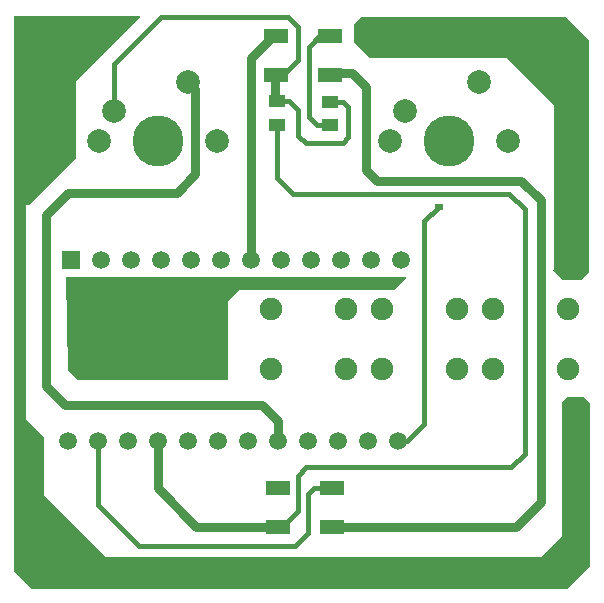
<source format=gbl>
G04 Layer_Physical_Order=2*
G04 Layer_Color=16711680*
%FSLAX24Y24*%
%MOIN*%
G70*
G01*
G75*
%ADD12C,0.0150*%
%ADD13C,0.0300*%
%ADD15C,0.0787*%
%ADD16C,0.0750*%
%ADD17C,0.0598*%
%ADD18R,0.0598X0.0598*%
%ADD19R,0.0394X0.0394*%
%ADD20R,0.0315X0.0197*%
%ADD21C,0.1700*%
%ADD22R,0.0550X0.0433*%
%ADD23R,0.0787X0.0472*%
G36*
X4470Y19270D02*
X2310Y17110D01*
Y14550D01*
X760Y13000D01*
X660D01*
Y5850D01*
X1250Y5260D01*
Y3340D01*
X3340Y1250D01*
X17780D01*
X17800Y1230D01*
X18520Y1950D01*
Y6420D01*
X18690Y6590D01*
X19270D01*
X19450Y6410D01*
Y950D01*
X18710Y210D01*
X860D01*
X535Y535D01*
X270Y800D01*
Y19290D01*
X4470D01*
Y19270D01*
D02*
G37*
G36*
X13340Y10590D02*
Y10560D01*
X12960Y10180D01*
X7760D01*
X7390Y9810D01*
Y9660D01*
Y7175D01*
X2395D01*
X2070Y7500D01*
X1990Y10600D01*
X13330D01*
X13340Y10590D01*
D02*
G37*
G36*
X19440Y18470D02*
Y10780D01*
X19150Y10490D01*
X18560D01*
X18220Y10830D01*
X18270Y10880D01*
Y16330D01*
X16690Y17910D01*
X12120D01*
X11590Y18440D01*
Y19000D01*
X11840Y19250D01*
X18660D01*
X19440Y18470D01*
D02*
G37*
D12*
X10499Y18689D02*
X10760D01*
X10090Y18280D02*
X10499Y18689D01*
X10090Y15920D02*
Y18280D01*
Y15920D02*
X10354Y15656D01*
X10790D01*
Y16444D02*
X11226D01*
X11400Y16270D01*
Y15250D02*
Y16270D01*
X11210Y15060D02*
X11400Y15250D01*
X9990Y15060D02*
X11210D01*
X9740Y15310D02*
X9990Y15060D01*
X9740Y15310D02*
Y16160D01*
X9436Y16464D02*
X9740Y16160D01*
X9040Y16464D02*
X9436D01*
X3589Y16116D02*
Y17709D01*
X4440Y1630D02*
X9630D01*
X3070Y3000D02*
X4440Y1630D01*
X13940Y12455D02*
X14423Y12938D01*
X13940Y5700D02*
Y12455D01*
X13370Y5130D02*
X13940Y5700D01*
X13070Y5130D02*
X13370D01*
X9181Y2281D02*
X9710Y2810D01*
Y3980D01*
X9630Y1630D02*
X10070Y2070D01*
Y3380D01*
X10270Y3580D02*
X10760D01*
X10070Y3380D02*
X10270Y3580D01*
X9710Y3980D02*
X9990Y4260D01*
X9040Y13890D02*
Y15676D01*
Y13890D02*
X9550Y13380D01*
X16770D01*
X17290Y12860D01*
X9990Y4260D02*
X16840D01*
X17290Y4710D01*
Y12860D01*
X9290Y17390D02*
X9720Y17820D01*
X3589Y17709D02*
X5160Y19280D01*
X9720Y17820D02*
Y18940D01*
X5160Y19280D02*
X9380D01*
X9720Y18940D01*
X3070Y3000D02*
Y5130D01*
X8961Y17390D02*
X9290D01*
X8961Y2281D02*
X9181D01*
D13*
X5070Y3550D02*
X6339Y2281D01*
X8961Y16543D02*
X9040Y16464D01*
X9070Y5130D02*
Y5790D01*
X8530Y6330D02*
X9070Y5790D01*
X8170Y11180D02*
Y17898D01*
X6050Y17100D02*
X6300Y16850D01*
Y14030D02*
Y16850D01*
X5680Y13410D02*
X6300Y14030D01*
X2050Y13410D02*
X5680D01*
X1320Y12680D02*
X2050Y13410D01*
X1320Y6980D02*
Y12680D01*
Y6980D02*
X1970Y6330D01*
X8530D01*
X6339Y2281D02*
X8961D01*
X10760Y17390D02*
X11530D01*
X12000Y14160D02*
X12350Y13810D01*
X17170D01*
X17820Y13160D01*
X17001Y2281D02*
X17820Y3100D01*
Y13160D01*
X12000Y14160D02*
Y16920D01*
X11530Y17390D02*
X12000Y16920D01*
X10760Y2281D02*
X17001D01*
X8961Y16543D02*
Y17390D01*
X5070Y3550D02*
Y5130D01*
X8170Y17898D02*
X8961Y18689D01*
D15*
X3589Y16116D02*
D03*
X6050Y17100D02*
D03*
X13289Y16116D02*
D03*
X15750Y17100D02*
D03*
X7034Y15131D02*
D03*
X3097D02*
D03*
X16734D02*
D03*
X12797D02*
D03*
D16*
X18730Y7520D02*
D03*
X16230Y9520D02*
D03*
Y7520D02*
D03*
X18730Y9520D02*
D03*
X15030Y7520D02*
D03*
X12530Y9520D02*
D03*
Y7520D02*
D03*
X15030Y9520D02*
D03*
X11310Y7520D02*
D03*
X8810Y9520D02*
D03*
Y7520D02*
D03*
X11310Y9520D02*
D03*
D17*
X2070Y5130D02*
D03*
X3070D02*
D03*
X4070D02*
D03*
X5070D02*
D03*
X6070D02*
D03*
X7070D02*
D03*
X8070D02*
D03*
X9070D02*
D03*
X10070D02*
D03*
X11070D02*
D03*
X12070D02*
D03*
X13070D02*
D03*
X3170Y11180D02*
D03*
X4170D02*
D03*
X5170D02*
D03*
X6170D02*
D03*
X7170D02*
D03*
X8170D02*
D03*
X9170D02*
D03*
X10170D02*
D03*
X11170D02*
D03*
X12170D02*
D03*
X13170D02*
D03*
D18*
X2170D02*
D03*
D19*
X10790Y15656D02*
D03*
X9040Y15676D02*
D03*
D20*
X14423Y12938D02*
D03*
D21*
X5066Y15131D02*
D03*
X14766D02*
D03*
D22*
X9040Y16464D02*
D03*
Y15676D02*
D03*
X10790Y16444D02*
D03*
Y15656D02*
D03*
D23*
X9050Y3559D02*
D03*
Y2260D02*
D03*
X10849D02*
D03*
Y3559D02*
D03*
X10790Y17340D02*
D03*
Y18639D02*
D03*
X8991D02*
D03*
Y17340D02*
D03*
M02*

</source>
